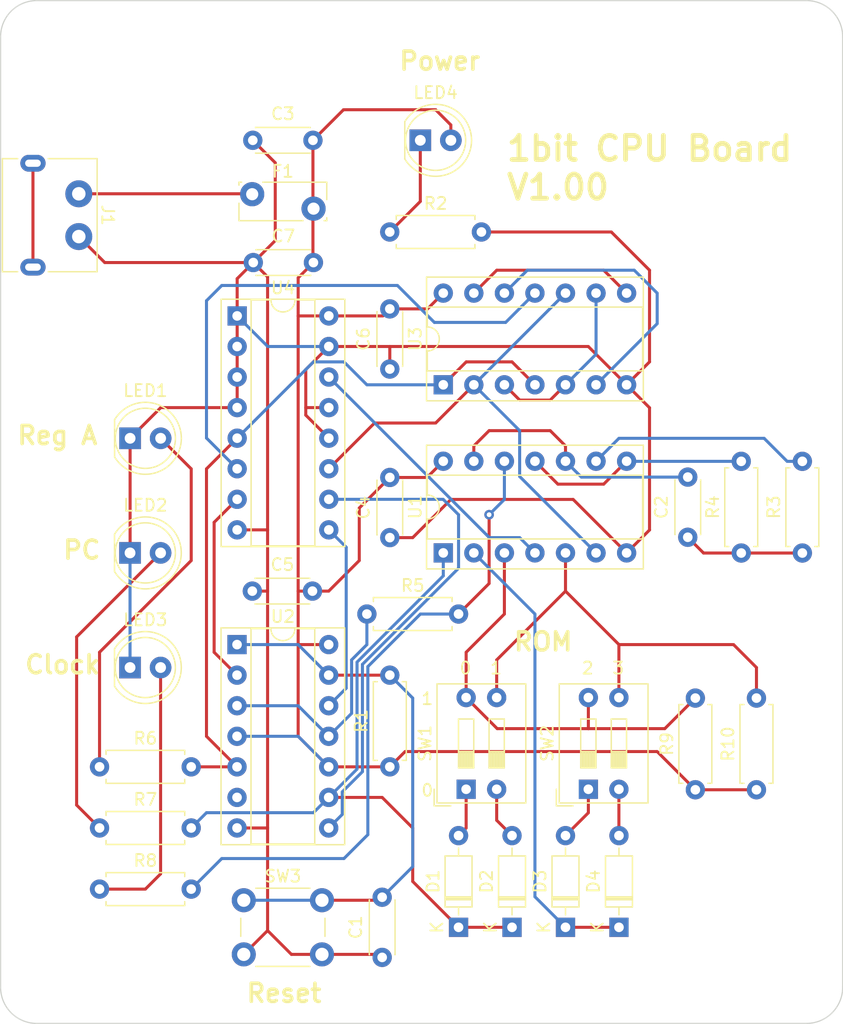
<source format=kicad_pcb>
(kicad_pcb (version 20221018) (generator pcbnew)
  (layers (0 "F.Cu" signal) (31 "B.Cu" signal) (34 "B.Paste" user) (35 "F.Paste" user) (36 "B.SilkS" user "B.Silkscreen") (37 "F.SilkS" user "F.Silkscreen") (38 "B.Mask" user) (39 "F.Mask" user) (44 "Edge.Cuts" user))
  (net 0 "")
  (net 1 "Net-(U2A-~{R})")
  (net 2 "GND")
  (net 3 "Net-(C2-Pad1)")
  (net 4 "Net-(C2-Pad2)")
  (net 5 "+5V")
  (net 6 "Net-(D1-K)")
  (net 7 "Net-(D1-A)")
  (net 8 "Net-(D2-A)")
  (net 9 "Net-(D3-K)")
  (net 10 "Net-(D3-A)")
  (net 11 "Net-(D4-A)")
  (net 12 "Net-(LED1-A)")
  (net 13 "Net-(LED2-A)")
  (net 14 "Net-(LED3-A)")
  (net 15 "Net-(LED4-K)")
  (net 16 "Net-(R3-Pad2)")
  (net 17 "Net-(R4-Pad2)")
  (net 18 "Net-(U2A-C)")
  (net 19 "Net-(R5-Pad2)")
  (net 20 "Net-(U2A-Q)")
  (net 21 "Net-(R9-Pad2)")
  (net 22 "Net-(R10-Pad2)")
  (net 23 "Net-(U4-A)")
  (net 24 "Net-(U4-2C1)")
  (net 25 "Net-(U2A-D)")
  (net 27 "Net-(U2B-~{Q})")
  (net 28 "Net-(U2B-D)")
  (net 29 "Net-(U3-Pad3)")
  (net 30 "Net-(U3-Pad12)")
  (net 31 "Net-(U3-Pad13)")
  (net 32 "Net-(U4-1C0)")
  (net 33 "Net-(F1-Pad1)")
  (net 34 "unconnected-(J1-SHIELD-PadS1)")
  (footprint "Package_DIP:DIP-14_W7.62mm_Socket" (layer "F.Cu") (at 142.24 104.14 90)
    (fp_text reference "U1" (at 3.81 -2.33 90) (layer "F.SilkS"))
    (fp_text value "74HC04")
    (pad "1" thru_hole rect (at 0 0 90) (size 1.6 1.6) (drill 0.8) (layers "*.Cu" "*.Mask") (net 6 "Net-(D1-K)"))
    (pad "2" thru_hole oval (at 0 2.54 90) (size 1.6 1.6) (drill 0.8) (layers "*.Cu" "*.Mask") (net 9 "Net-(D3-K)"))
    (pad "3" thru_hole oval (at 0 5.08 90) (size 1.6 1.6) (drill 0.8) (layers "*.Cu" "*.Mask") (net 21 "Net-(R9-Pad2)"))
    (pad "4" thru_hole oval (at 0 7.62 90) (size 1.6 1.6) (drill 0.8) (layers "*.Cu" "*.Mask") (net 23 "Net-(U4-A)"))
    (pad "5" thru_hole oval (at 0 10.16 90) (size 1.6 1.6) (drill 0.8) (layers "*.Cu" "*.Mask") (net 22 "Net-(R10-Pad2)"))
    (pad "6" thru_hole oval (at 0 12.7 90) (size 1.6 1.6) (drill 0.8) (layers "*.Cu" "*.Mask") (net 24 "Net-(U4-2C1)"))
    (pad "7" thru_hole oval (at 0 15.24 90) (size 1.6 1.6) (drill 0.8) (layers "*.Cu" "*.Mask") (net 2 "GND"))
    (pad "8" thru_hole oval (at 7.62 15.24 90) (size 1.6 1.6) (drill 0.8) (layers "*.Cu" "*.Mask") (net 17 "Net-(R4-Pad2)"))
    (pad "9" thru_hole oval (at 7.62 12.7 90) (size 1.6 1.6) (drill 0.8) (layers "*.Cu" "*.Mask") (net 16 "Net-(R3-Pad2)"))
    (pad "10" thru_hole oval (at 7.62 10.16 90) (size 1.6 1.6) (drill 0.8) (layers "*.Cu" "*.Mask") (net 4 "Net-(C2-Pad2)"))
    (pad "11" thru_hole oval (at 7.62 7.62 90) (size 1.6 1.6) (drill 0.8) (layers "*.Cu" "*.Mask") (net 17 "Net-(R4-Pad2)"))
    (pad "12" thru_hole oval (at 7.62 5.08 90) (size 1.6 1.6) (drill 0.8) (layers "*.Cu" "*.Mask") (net 19 "Net-(R5-Pad2)"))
    (pad "13" thru_hole oval (at 7.62 2.54 90) (size 1.6 1.6) (drill 0.8) (layers "*.Cu" "*.Mask") (net 4 "Net-(C2-Pad2)"))
    (pad "14" thru_hole oval (at 7.62 0 90) (size 1.6 1.6) (drill 0.8) (layers "*.Cu" "*.Mask") (net 5 "+5V"))
  )
  (footprint "LED_THT:LED_D5.0mm" (layer "F.Cu") (at 116.2 113.665)
    (fp_text reference "LED3" (at 1.27 -3.96) (layer "F.SilkS"))
    (fp_text value "LED" hide)
    (pad "1" thru_hole rect (at 0 0) (size 1.8 1.8) (drill 0.9) (layers "*.Cu" "*.Mask") (net 2 "GND"))
    (pad "2" thru_hole circle (at 2.54 0) (size 1.8 1.8) (drill 0.9) (layers "*.Cu" "*.Mask") (net 14 "Net-(LED3-A)"))
  )
  (footprint "Resistor_THT:R_Axial_DIN0207_L6.3mm_D2.5mm_P7.62mm_Horizontal" (layer "F.Cu") (at 167.01 104.15 90)
    (fp_text reference "R4" (at 3.81 -2.37 90) (layer "F.SilkS"))
    (fp_text value "47k")
    (pad "1" thru_hole circle (at 0 0 90) (size 1.6 1.6) (drill 0.8) (layers "*.Cu" "*.Mask") (net 3 "Net-(C2-Pad1)"))
    (pad "2" thru_hole oval (at 7.62 0 90) (size 1.6 1.6) (drill 0.8) (layers "*.Cu" "*.Mask") (net 17 "Net-(R4-Pad2)"))
  )
  (footprint "Capacitor_THT:C_Disc_D4.3mm_W1.9mm_P5.00mm" (layer "F.Cu") (at 126.445 80.01)
    (fp_text reference "C7" (at 2.5 -2.2) (layer "F.SilkS"))
    (fp_text value "0.1u")
    (pad "1" thru_hole circle (at 0 0) (size 1.6 1.6) (drill 0.8) (layers "*.Cu" "*.Mask") (net 2 "GND"))
    (pad "2" thru_hole circle (at 5 0) (size 1.6 1.6) (drill 0.8) (layers "*.Cu" "*.Mask") (net 5 "+5V"))
  )
  (footprint "MountingHole:MountingHole_3.2mm_M3" (layer "F.Cu") (at 171.44 62.24)
    (fp_text reference "H2" hide)
    (fp_text value "M3")
    (pad "" np_thru_hole circle (at 0 0) (size 3.2 3.2) (drill 3.2) (layers "*.Cu" "*.Mask"))
  )
  (footprint "Diode_THT:D_DO-35_SOD27_P7.62mm_Horizontal" (layer "F.Cu") (at 152.4 135.255 90)
    (fp_text reference "D3" (at 3.81 -2.12 90) (layer "F.SilkS"))
    (fp_text value "1N4148")
    (fp_text user "K" (at 0 -1.8 90) (layer "F.SilkS"))
    (pad "1" thru_hole rect (at 0 0 90) (size 1.6 1.6) (drill 0.8) (layers "*.Cu" "*.Mask") (net 9 "Net-(D3-K)"))
    (pad "2" thru_hole oval (at 7.62 0 90) (size 1.6 1.6) (drill 0.8) (layers "*.Cu" "*.Mask") (net 10 "Net-(D3-A)"))
  )
  (footprint "LED_THT:LED_D5.0mm" (layer "F.Cu") (at 140.33 69.85)
    (fp_text reference "LED4" (at 1.27 -3.96) (layer "F.SilkS"))
    (fp_text value "LED" hide)
    (pad "1" thru_hole rect (at 0 0) (size 1.8 1.8) (drill 0.9) (layers "*.Cu" "*.Mask") (net 15 "Net-(LED4-K)"))
    (pad "2" thru_hole circle (at 2.54 0) (size 1.8 1.8) (drill 0.9) (layers "*.Cu" "*.Mask") (net 5 "+5V"))
  )
  (footprint "Capacitor_THT:C_Disc_D4.3mm_W1.9mm_P5.00mm" (layer "F.Cu") (at 126.365 107.315)
    (fp_text reference "C5" (at 2.5 -2.2) (layer "F.SilkS"))
    (fp_text value "0.1u")
    (pad "1" thru_hole circle (at 0 0) (size 1.6 1.6) (drill 0.8) (layers "*.Cu" "*.Mask") (net 2 "GND"))
    (pad "2" thru_hole circle (at 5 0) (size 1.6 1.6) (drill 0.8) (layers "*.Cu" "*.Mask") (net 5 "+5V"))
  )
  (footprint "Resistor_THT:R_Axial_DIN0207_L6.3mm_D2.5mm_P7.62mm_Horizontal" (layer "F.Cu") (at 172.09 104.15 90)
    (fp_text reference "R3" (at 3.81 -2.37 90) (layer "F.SilkS"))
    (fp_text value "100k")
    (pad "1" thru_hole circle (at 0 0 90) (size 1.6 1.6) (drill 0.8) (layers "*.Cu" "*.Mask") (net 3 "Net-(C2-Pad1)"))
    (pad "2" thru_hole oval (at 7.62 0 90) (size 1.6 1.6) (drill 0.8) (layers "*.Cu" "*.Mask") (net 16 "Net-(R3-Pad2)"))
  )
  (footprint "Diode_THT:D_DO-35_SOD27_P7.62mm_Horizontal" (layer "F.Cu") (at 156.845 135.255 90)
    (fp_text reference "D4" (at 3.81 -2.12 90) (layer "F.SilkS"))
    (fp_text value "1N4148")
    (fp_text user "K" (at 0 -1.8 90) (layer "F.SilkS"))
    (pad "1" thru_hole rect (at 0 0 90) (size 1.6 1.6) (drill 0.8) (layers "*.Cu" "*.Mask") (net 9 "Net-(D3-K)"))
    (pad "2" thru_hole oval (at 7.62 0 90) (size 1.6 1.6) (drill 0.8) (layers "*.Cu" "*.Mask") (net 11 "Net-(D4-A)"))
  )
  (footprint "LED_THT:LED_D5.0mm" (layer "F.Cu") (at 116.205 94.615)
    (fp_text reference "LED1" (at 1.27 -3.96) (layer "F.SilkS"))
    (fp_text value "LED" hide)
    (pad "1" thru_hole rect (at 0 0) (size 1.8 1.8) (drill 0.9) (layers "*.Cu" "*.Mask") (net 2 "GND"))
    (pad "2" thru_hole circle (at 2.54 0) (size 1.8 1.8) (drill 0.9) (layers "*.Cu" "*.Mask") (net 12 "Net-(LED1-A)"))
  )
  (footprint "Resistor_THT:R_Axial_DIN0207_L6.3mm_D2.5mm_P7.62mm_Horizontal" (layer "F.Cu") (at 163.195 123.825 90)
    (fp_text reference "R9" (at 3.81 -2.37 90) (layer "F.SilkS"))
    (fp_text value "10k")
    (pad "1" thru_hole circle (at 0 0 90) (size 1.6 1.6) (drill 0.8) (layers "*.Cu" "*.Mask") (net 5 "+5V"))
    (pad "2" thru_hole oval (at 7.62 0 90) (size 1.6 1.6) (drill 0.8) (layers "*.Cu" "*.Mask") (net 21 "Net-(R9-Pad2)"))
  )
  (footprint "Resistor_THT:R_Axial_DIN0207_L6.3mm_D2.5mm_P7.62mm_Horizontal" (layer "F.Cu") (at 113.665 132.08)
    (fp_text reference "R8" (at 3.81 -2.37) (layer "F.SilkS"))
    (fp_text value "1k")
    (pad "1" thru_hole circle (at 0 0) (size 1.6 1.6) (drill 0.8) (layers "*.Cu" "*.Mask") (net 14 "Net-(LED3-A)"))
    (pad "2" thru_hole oval (at 7.62 0) (size 1.6 1.6) (drill 0.8) (layers "*.Cu" "*.Mask") (net 19 "Net-(R5-Pad2)"))
  )
  (footprint "Button_Switch_THT:SW_DIP_SPSTx02_Slide_9.78x7.26mm_W7.62mm_P2.54mm" (layer "F.Cu") (at 144.14 123.7825 90)
    (fp_text reference "SW1" (at 3.81 -3.42 90) (layer "F.SilkS"))
    (fp_text value "SW" hide)
    (pad "1" thru_hole rect (at 0 0 90) (size 1.6 1.6) (drill 0.8) (layers "*.Cu" "*.Mask") (net 7 "Net-(D1-A)"))
    (pad "2" thru_hole oval (at 0 2.54 90) (size 1.6 1.6) (drill 0.8) (layers "*.Cu" "*.Mask") (net 8 "Net-(D2-A)"))
    (pad "3" thru_hole oval (at 7.62 2.54 90) (size 1.6 1.6) (drill 0.8) (layers "*.Cu" "*.Mask") (net 22 "Net-(R10-Pad2)"))
    (pad "4" thru_hole oval (at 7.62 0 90) (size 1.6 1.6) (drill 0.8) (layers "*.Cu" "*.Mask") (net 21 "Net-(R9-Pad2)"))
  )
  (footprint "MountingHole:MountingHole_3.2mm_M3" (layer "F.Cu") (at 109.44 62.24)
    (fp_text reference "H1" hide)
    (fp_text value "M3")
    (pad "" np_thru_hole circle (at 0 0) (size 3.2 3.2) (drill 3.2) (layers "*.Cu" "*.Mask"))
  )
  (footprint "Package_DIP:DIP-16_W7.62mm_Socket" (layer "F.Cu") (at 125.105 84.445)
    (fp_text reference "U4" (at 3.81 -2.33) (layer "F.SilkS"))
    (fp_text value "74HC153")
    (pad "1" thru_hole rect (at 0 0) (size 1.6 1.6) (drill 0.8) (layers "*.Cu" "*.Mask") (net 2 "GND"))
    (pad "2" thru_hole oval (at 0 2.54) (size 1.6 1.6) (drill 0.8) (layers "*.Cu" "*.Mask") (net 2 "GND"))
    (pad "3" thru_hole oval (at 0 5.08) (size 1.6 1.6) (drill 0.8) (layers "*.Cu" "*.Mask") (net 2 "GND"))
    (pad "4" thru_hole oval (at 0 7.62) (size 1.6 1.6) (drill 0.8) (layers "*.Cu" "*.Mask") (net 2 "GND"))
    (pad "5" thru_hole oval (at 0 10.16) (size 1.6 1.6) (drill 0.8) (layers "*.Cu" "*.Mask") (net 20 "Net-(U2A-Q)"))
    (pad "6" thru_hole oval (at 0 12.7) (size 1.6 1.6) (drill 0.8) (layers "*.Cu" "*.Mask") (net 32 "Net-(U4-1C0)"))
    (pad "7" thru_hole oval (at 0 15.24) (size 1.6 1.6) (drill 0.8) (layers "*.Cu" "*.Mask") (net 25 "Net-(U2A-D)"))
    (pad "8" thru_hole oval (at 0 17.78) (size 1.6 1.6) (drill 0.8) (layers "*.Cu" "*.Mask") (net 2 "GND"))
    (pad "9" thru_hole oval (at 7.62 17.78) (size 1.6 1.6) (drill 0.8) (layers "*.Cu" "*.Mask") (net 28 "Net-(U2B-D)"))
    (pad "10" thru_hole oval (at 7.62 15.24) (size 1.6 1.6) (drill 0.8) (layers "*.Cu" "*.Mask") (net 27 "Net-(U2B-~{Q})"))
    (pad "11" thru_hole oval (at 7.62 12.7) (size 1.6 1.6) (drill 0.8) (layers "*.Cu" "*.Mask") (net 24 "Net-(U4-2C1)"))
    (pad "12" thru_hole oval (at 7.62 10.16) (size 1.6 1.6) (drill 0.8) (layers "*.Cu" "*.Mask") (net 2 "GND"))
    (pad "13" thru_hole oval (at 7.62 7.62) (size 1.6 1.6) (drill 0.8) (layers "*.Cu" "*.Mask") (net 2 "GND"))
    (pad "14" thru_hole oval (at 7.62 5.08) (size 1.6 1.6) (drill 0.8) (layers "*.Cu" "*.Mask") (net 23 "Net-(U4-A)"))
    (pad "15" thru_hole oval (at 7.62 2.54) (size 1.6 1.6) (drill 0.8) (layers "*.Cu" "*.Mask") (net 2 "GND"))
    (pad "16" thru_hole oval (at 7.62 0) (size 1.6 1.6) (drill 0.8) (layers "*.Cu" "*.Mask") (net 5 "+5V"))
  )
  (footprint "Package_DIP:DIP-14_W7.62mm_Socket" (layer "F.Cu") (at 125.095 111.76)
    (fp_text reference "U2" (at 3.81 -2.33) (layer "F.SilkS"))
    (fp_text value "74HC74")
    (pad "1" thru_hole rect (at 0 0) (size 1.6 1.6) (drill 0.8) (layers "*.Cu" "*.Mask") (net 1 "Net-(U2A-~{R})"))
    (pad "2" thru_hole oval (at 0 2.54) (size 1.6 1.6) (drill 0.8) (layers "*.Cu" "*.Mask") (net 25 "Net-(U2A-D)"))
    (pad "3" thru_hole oval (at 0 5.08) (size 1.6 1.6) (drill 0.8) (layers "*.Cu" "*.Mask") (net 18 "Net-(U2A-C)"))
    (pad "4" thru_hole oval (at 0 7.62) (size 1.6 1.6) (drill 0.8) (layers "*.Cu" "*.Mask") (net 5 "+5V"))
    (pad "5" thru_hole oval (at 0 10.16) (size 1.6 1.6) (drill 0.8) (layers "*.Cu" "*.Mask") (net 20 "Net-(U2A-Q)"))
    (pad "6" thru_hole oval (at 0 12.7) (size 1.6 1.6) (drill 0.8) (layers "*.Cu" "*.Mask"))
    (pad "7" thru_hole oval (at 0 15.24) (size 1.6 1.6) (drill 0.8) (layers "*.Cu" "*.Mask") (net 2 "GND"))
    (pad "8" thru_hole oval (at 7.62 15.24) (size 1.6 1.6) (drill 0.8) (layers "*.Cu" "*.Mask") (net 27 "Net-(U2B-~{Q})"))
    (pad "9" thru_hole oval (at 7.62 12.7) (size 1.6 1.6) (drill 0.8) (layers "*.Cu" "*.Mask") (net 6 "Net-(D1-K)"))
    (pad "10" thru_hole oval (at 7.62 10.16) (size 1.6 1.6) (drill 0.8) (layers "*.Cu" "*.Mask") (net 5 "+5V"))
    (pad "11" thru_hole oval (at 7.62 7.62) (size 1.6 1.6) (drill 0.8) (layers "*.Cu" "*.Mask") (net 18 "Net-(U2A-C)"))
    (pad "12" thru_hole oval (at 7.62 5.08) (size 1.6 1.6) (drill 0.8) (layers "*.Cu" "*.Mask") (net 28 "Net-(U2B-D)"))
    (pad "13" thru_hole oval (at 7.62 2.54) (size 1.6 1.6) (drill 0.8) (layers "*.Cu" "*.Mask") (net 1 "Net-(U2A-~{R})"))
    (pad "14" thru_hole oval (at 7.62 0) (size 1.6 1.6) (drill 0.8) (layers "*.Cu" "*.Mask") (net 5 "+5V"))
  )
  (footprint "Button_Switch_THT:SW_DIP_SPSTx02_Slide_9.78x7.26mm_W7.62mm_P2.54mm" (layer "F.Cu") (at 154.3 123.7825 90)
    (fp_text reference "SW2" (at 3.81 -3.42 90) (layer "F.SilkS"))
    (fp_text value "SW" hide)
    (pad "1" thru_hole rect (at 0 0 90) (size 1.6 1.6) (drill 0.8) (layers "*.Cu" "*.Mask") (net 10 "Net-(D3-A)"))
    (pad "2" thru_hole oval (at 0 2.54 90) (size 1.6 1.6) (drill 0.8) (layers "*.Cu" "*.Mask") (net 11 "Net-(D4-A)"))
    (pad "3" thru_hole oval (at 7.62 2.54 90) (size 1.6 1.6) (drill 0.8) (layers "*.Cu" "*.Mask") (net 22 "Net-(R10-Pad2)"))
    (pad "4" thru_hole oval (at 7.62 0 90) (size 1.6 1.6) (drill 0.8) (layers "*.Cu" "*.Mask") (net 21 "Net-(R9-Pad2)"))
  )
  (footprint "Diode_THT:D_DO-35_SOD27_P7.62mm_Horizontal" (layer "F.Cu") (at 147.955 135.255 90)
    (fp_text reference "D2" (at 3.81 -2.12 90) (layer "F.SilkS"))
    (fp_text value "1N4148")
    (fp_text user "K" (at 0 -1.8 90) (layer "F.SilkS"))
    (pad "1" thru_hole rect (at 0 0 90) (size 1.6 1.6) (drill 0.8) (layers "*.Cu" "*.Mask") (net 6 "Net-(D1-K)"))
    (pad "2" thru_hole oval (at 7.62 0 90) (size 1.6 1.6) (drill 0.8) (layers "*.Cu" "*.Mask") (net 8 "Net-(D2-A)"))
  )
  (footprint "Resistor_THT:R_Axial_DIN0207_L6.3mm_D2.5mm_P7.62mm_Horizontal" (layer "F.Cu") (at 137.795 121.92 90)
    (fp_text reference "R1" (at 3.81 -2.37 90) (layer "F.SilkS"))
    (fp_text value "10k")
    (pad "1" thru_hole circle (at 0 0 90) (size 1.6 1.6) (drill 0.8) (layers "*.Cu" "*.Mask") (net 5 "+5V"))
    (pad "2" thru_hole oval (at 7.62 0 90) (size 1.6 1.6) (drill 0.8) (layers "*.Cu" "*.Mask") (net 1 "Net-(U2A-~{R})"))
  )
  (footprint "LED_THT:LED_D5.0mm" (layer "F.Cu") (at 116.2 104.14)
    (fp_text reference "LED2" (at 1.27 -3.96) (layer "F.SilkS"))
    (fp_text value "LED" hide)
    (pad "1" thru_hole rect (at 0 0) (size 1.8 1.8) (drill 0.9) (layers "*.Cu" "*.Mask") (net 2 "GND"))
    (pad "2" thru_hole circle (at 2.54 0) (size 1.8 1.8) (drill 0.9) (layers "*.Cu" "*.Mask") (net 13 "Net-(LED2-A)"))
  )
  (footprint "Capacitor_THT:C_Disc_D4.3mm_W1.9mm_P5.00mm" (layer "F.Cu") (at 137.795 102.87 90)
    (fp_text reference "C4" (at 2.5 -2.2 90) (layer "F.SilkS"))
    (fp_text value "0.1u")
    (pad "1" thru_hole circle (at 0 0 90) (size 1.6 1.6) (drill 0.8) (layers "*.Cu" "*.Mask") (net 2 "GND"))
    (pad "2" thru_hole circle (at 5 0 90) (size 1.6 1.6) (drill 0.8) (layers "*.Cu" "*.Mask") (net 5 "+5V"))
  )
  (footprint "Resistor_THT:R_Axial_DIN0207_L6.3mm_D2.5mm_P7.62mm_Horizontal" (layer "F.Cu") (at 135.89 109.22)
    (fp_text reference "R5" (at 3.81 -2.37) (layer "F.SilkS"))
    (fp_text value "10k")
    (pad "1" thru_hole circle (at 0 0) (size 1.6 1.6) (drill 0.8) (layers "*.Cu" "*.Mask") (net 18 "Net-(U2A-C)"))
    (pad "2" thru_hole oval (at 7.62 0) (size 1.6 1.6) (drill 0.8) (layers "*.Cu" "*.Mask") (net 19 "Net-(R5-Pad2)"))
  )
  (footprint "Resistor_THT:R_Axial_DIN0207_L6.3mm_D2.5mm_P7.62mm_Horizontal" (layer "F.Cu") (at 113.665 127)
    (fp_text reference "R7" (at 3.81 -2.37) (layer "F.SilkS"))
    (fp_text value "1k")
    (pad "1" thru_hole circle (at 0 0) (size 1.6 1.6) (drill 0.8) (layers "*.Cu" "*.Mask") (net 13 "Net-(LED2-A)"))
    (pad "2" thru_hole oval (at 7.62 0) (size 1.6 1.6) (drill 0.8) (layers "*.Cu" "*.Mask") (net 6 "Net-(D1-K)"))
  )
  (footprint "Button_Switch_THT:SW_PUSH_6mm" (layer "F.Cu") (at 125.655 133.005)
    (fp_text reference "SW3" (at 3.25 -2) (layer "F.SilkS"))
    (fp_text value "SW_Push" hide)
    (pad "1" thru_hole circle (at 0 0 90) (size 2 2) (drill 1.1) (layers "*.Cu" "*.Mask") (net 1 "Net-(U2A-~{R})"))
    (pad "1" thru_hole circle (at 6.5 0 90) (size 2 2) (drill 1.1) (layers "*.Cu" "*.Mask") (net 1 "Net-(U2A-~{R})"))
    (pad "2" thru_hole circle (at 0 4.5 90) (size 2 2) (drill 1.1) (layers "*.Cu" "*.Mask") (net 2 "GND"))
    (pad "2" thru_hole circle (at 6.5 4.5 90) (size 2 2) (drill 1.1) (layers "*.Cu" "*.Mask") (net 2 "GND"))
  )
  (footprint "Library:USB_C_PowerOnly" (layer "F.Cu") (at 109.527 76.073 -90)
    (fp_text reference "J1" (at 0 -4.826 -90 unlocked) (layer "F.SilkS"))
    (fp_text value "USB_Type_C")
    (pad "A9" thru_hole circle (at -1.778 -2.413 270) (size 2.24 2.24) (drill 1.12) (layers "*.Cu" "*.Mask") (net 33 "Net-(F1-Pad1)"))
    (pad "A12" thru_hole circle (at 1.778 -2.413 270) (size 2.24 2.24) (drill 1.12) (layers "*.Cu" "*.Mask") (net 2 "GND"))
    (pad "S1" thru_hole oval (at -4.318 1.397 270) (size 1.4 2.1) (drill oval 0.6 1.3) (layers "*.Cu" "*.Mask") (net 34 "unconnected-(J1-SHIELD-PadS1)"))
    (pad "S1" thru_hole oval (at 4.318 1.397 270) (size 1.4 2.1) (drill oval 0.6 1.3) (layers "*.Cu" "*.Mask") (net 34 "unconnected-(J1-SHIELD-PadS1)"))
  )
  (footprint "MountingHole:MountingHole_3.2mm_M3" (layer "F.Cu") (at 109.44 139.24)
    (fp_text reference "H4" hide)
    (fp_text value "M3")
    (pad "" np_thru_hole circle (at 0 0) (size 3.2 3.2) (drill 3.2) (layers "*.Cu" "*.Mask"))
  )
  (footprint "Package_DIP:DIP-14_W7.62mm_Socket" (layer "F.Cu") (at 142.24 90.17 90)
    (fp_text reference "U3" (at 3.81 -2.33 90) (layer "F.SilkS"))
    (fp_text value "74HC00")
    (pad "1" thru_hole rect (at 0 0 90) (size 1.6 1.6) (drill 0.8) (layers "*.Cu" "*.Mask") (net 20 "Net-(U2A-Q)"))
    (pad "2" thru_hole oval (at 0 2.54 90) (size 1.6 1.6) (drill 0.8) (layers "*.Cu" "*.Mask") (net 24 "Net-(U4-2C1)"))
    (pad "3" thru_hole oval (at 0 5.08 90) (size 1.6 1.6) (drill 0.8) (layers "*.Cu" "*.Mask") (net 29 "Net-(U3-Pad3)"))
    (pad "4" thru_hole oval (at 0 7.62 90) (size 1.6 1.6) (drill 0.8) (layers "*.Cu" "*.Mask") (net 20 "Net-(U2A-Q)"))
    (pad "5" thru_hole oval (at 0 10.16 90) (size 1.6 1.6) (drill 0.8) (layers "*.Cu" "*.Mask") (net 29 "Net-(U3-Pad3)"))
    (pad "6" thru_hole oval (at 0 12.7 90) (size 1.6 1.6) (drill 0.8) (layers "*.Cu" "*.Mask") (net 30 "Net-(U3-Pad12)"))
    (pad "7" thru_hole oval (at 0 15.24 90) (size 1.6 1.6) (drill 0.8) (layers "*.Cu" "*.Mask") (net 2 "GND"))
    (pad "8" thru_hole oval (at 7.62 15.24 90) (size 1.6 1.6) (drill 0.8) (layers "*.Cu" "*.Mask") (net 31 "Net-(U3-Pad13)"))
    (pad "9" thru_hole oval (at 7.62 12.7 90) (size 1.6 1.6) (drill 0.8) (layers "*.Cu" "*.Mask") (net 29 "Net-(U3-Pad3)"))
    (pad "10" thru_hole oval (at 7.62 10.16 90) (size 1.6 1.6) (drill 0.8) (layers "*.Cu" "*.Mask") (net 24 "Net-(U4-2C1)"))
    (pad "11" thru_hole oval (at 7.62 7.62 90) (size 1.6 1.6) (drill 0.8) (layers "*.Cu" "*.Mask") (net 32 "Net-(U4-1C0)"))
    (pad "12" thru_hole oval (at 7.62 5.08 90) (size 1.6 1.6) (drill 0.8) (layers "*.Cu" "*.Mask") (net 30 "Net-(U3-Pad12)"))
    (pad "13" thru_hole oval (at 7.62 2.54 90) (size 1.6 1.6) (drill 0.8) (layers "*.Cu" "*.Mask") (net 31 "Net-(U3-Pad13)"))
    (pad "14" thru_hole oval (at 7.62 0 90) (size 1.6 1.6) (drill 0.8) (layers "*.Cu" "*.Mask") (net 5 "+5V"))
  )
  (footprint "Capacitor_THT:C_Disc_D4.3mm_W1.9mm_P5.00mm" (layer "F.Cu") (at 162.565 102.84 90)
    (fp_text reference "C2" (at 2.5 -2.2 90) (layer "F.SilkS"))
    (fp_text value "10μ")
    (pad "1" thru_hole circle (at 0 0 90) (size 1.6 1.6) (drill 0.8) (layers "*.Cu" "*.Mask") (net 3 "Net-(C2-Pad1)"))
    (pad "2" thru_hole circle (at 5 0 90) (size 1.6 1.6) (drill 0.8) (layers "*.Cu" "*.Mask") (net 4 "Net-(C2-Pad2)"))
  )
  (footprint "Capacitor_THT:C_Disc_D4.3mm_W1.9mm_P5.00mm" (layer "F.Cu") (at 137.16 137.755 90)
    (fp_text reference "C1" (at 2.5 -2.2 90) (layer "F.SilkS"))
    (fp_text value "0.1u")
    (pad "1" thru_hole circle (at 0 0 90) (size 1.6 1.6) (drill 0.8) (layers "*.Cu" "*.Mask") (net 2 "GND"))
    (pad "2" thru_hole circle (at 5 0 90) (size 1.6 1.6) (drill 0.8) (layers "*.Cu" "*.Mask") (net 1 "Net-(U2A-~{R})"))
  )
  (footprint "Fuse:Fuse_Bourns_MF-RG300" (layer "F.Cu") (at 126.355 74.33)
    (fp_text reference "F1" (at 2.55 -1.9) (layer "F.SilkS"))
    (fp_text value "100mA")
    (pad "1" thru_hole circle (at 0 0) (size 2.01 2.01) (drill 1.01) (layers "*.Cu" "*.Mask") (net 33 "Net-(F1-Pad1)"))
    (pad "2" thru_hole circle (at 5.1 1.2) (size 2.01 2.01) (drill 1.01) (layers "*.Cu" "*.Mask") (net 5 "+5V"))
  )
  (footprint "Capacitor_THT:C_Disc_D4.3mm_W1.9mm_P5.00mm" (layer "F.Cu") (at 126.405 69.85)
    (fp_text reference "C3" (at 2.5 -2.2) (layer "F.SilkS"))
    (fp_text value "10u")
    (pad "1" thru_hole circle (at 0 0) (size 1.6 1.6) (drill 0.8) (layers "*.Cu" "*.Mask") (net 2 "GND"))
    (pad "2" thru_hole circle (at 5 0) (size 1.6 1.6) (drill 0.8) (layers "*.Cu" "*.Mask") (net 5 "+5V"))
  )
  (footprint "Capacitor_THT:C_Disc_D4.3mm_W1.9mm_P5.00mm" (layer "F.Cu") (at 137.795 88.86 90)
    (fp_text reference "C6" (at 2.5 -2.2 90) (layer "F.SilkS"))
    (fp_text value "0.1u")
    (pad "1" thru_hole circle (at 0 0 90) (size 1.6 1.6) (drill 0.8) (layers "*.Cu" "*.Mask") (net 2 "GND"))
    (pad "2" thru_hole circle (at 5 0 90) (size 1.6 1.6) (drill 0.8) (layers "*.Cu" "*.Mask") (net 5 "+5V"))
  )
  (footprint "Diode_THT:D_DO-35_SOD27_P7.62mm_Horizontal" (layer "F.Cu") (at 143.51 135.255 90)
    (fp_text reference "D1" (at 3.81 -2.12 90) (layer "F.SilkS"))
    (fp_text value "1N4148")
    (fp_text user "K" (at 0 -1.8 90) (layer "F.SilkS"))
    (pad "1" thru_hole rect (at 0 0 90) (size 1.6 1.6) (drill 0.8) (layers "*.Cu" "*.Mask") (net 6 "Net-(D1-K)"))
    (pad "2" thru_hole oval (at 7.62 0 90) (size 1.6 1.6) (drill 0.8) (layers "*.Cu" "*.Mask") (net 7 "Net-(D1-A)"))
  )
  (footprint "Resistor_THT:R_Axial_DIN0207_L6.3mm_D2.5mm_P7.62mm_Horizontal" (layer "F.Cu") (at 168.275 123.825 90)
    (fp_text reference "R10" (at 3.81 -2.37 90) (layer "F.SilkS"))
    (fp_text value "10k")
    (pad "1" thru_hole circle (at 0 0 90) (size 1.6 1.6) (drill 0.8) (layers "*.Cu" "*.Mask") (net 5 "+5V"))
    (pad "2" thru_hole oval (at 7.62 0 90) (size 1.6 1.6) (drill 0.8) (layers "*.Cu" "*.Mask") (net 22 "Net-(R10-Pad2)"))
  )
  (footprint "Resistor_THT:R_Axial_DIN0207_L6.3mm_D2.5mm_P7.62mm_Horizontal" (layer "F.Cu") (at 137.79 77.47)
    (fp_text reference "R2" (at 3.81 -2.37) (layer "F.SilkS"))
    (fp_text value "1k")
    (pad "1" thru_hole circle (at 0 0) (size 1.6 1.6) (drill 0.8) (layers "*.Cu" "*.Mask") (net 15 "Net-(LED4-K)"))
    (pad "2" thru_hole oval (at 7.62 0) (size 1.6 1.6) (drill 0.8) (layers "*.Cu" "*.Mask") (net 2 "GND"))
  )
  (footprint "Resistor_THT:R_Axial_DIN0207_L6.3mm_D2.5mm_P7.62mm_Horizontal" (layer "F.Cu") (at 113.665 121.92)
    (fp_text reference "R6" (at 3.81 -2.37) (layer "F.SilkS"))
    (fp_text value "1k")
    (pad "1" thru_hole circle (at 0 0) (size 1.6 1.6) (drill 0.8) (layers "*.Cu" "*.Mask") (net 12 "Net-(LED1-A)"))
    (pad "2" thru_hole oval (at 7.62 0) (size 1.6 1.6) (drill 0.8) (layers "*.Cu" "*.Mask") (net 20 "Net-(U2A-Q)"))
  )
  (footprint "MountingHole:MountingHole_3.2mm_M3" (layer "F.Cu") (at 171.44 139.24)
    (fp_text reference "H3" hide)
    (fp_text value "M3")
    (pad "" np_thru_hole circle (at 0 0) (size 3.2 3.2) (drill 3.2) (layers "*.Cu" "*.Mask"))
  )
  (gr_arc (start 105.44 61.24) (mid 106.31868 59.11868) (end 108.44 58.24) (stroke (width 0.1)) (layer "Edge.Cuts"))
  (gr_line (start 105.44 140.24) (end 105.44 61.24) (stroke (width 0.1)) (layer "Edge.Cuts"))
  (gr_line (start 172.44 143.24) (end 108.44 143.24) (stroke (width 0.1)) (layer "Edge.Cuts"))
  (gr_arc (start 172.44 58.24) (mid 174.56132 59.11868) (end 175.44 61.24) (stroke (width 0.1)) (layer "Edge.Cuts"))
  (gr_arc (start 175.44 140.24) (mid 174.56132 142.36132) (end 172.44 143.24) (stroke (width 0.1)) (layer "Edge.Cuts"))
  (gr_arc (start 108.44 143.24) (mid 106.31868 142.36132) (end 105.44 140.24) (stroke (width 0.1)) (layer "Edge.Cuts"))
  (gr_line (start 175.44 61.24) (end 175.44 140.24) (stroke (width 0.1)) (layer "Edge.Cuts"))
  (gr_line (start 108.44 58.24) (end 172.44 58.24) (stroke (width 0.1)) (layer "Edge.Cuts"))
  (gr_text "0" (at 140.335 124.46) (layer "F.SilkS") (effects (font (size 1 1)) (justify left bottom)))
  (gr_text "3" (at 156.21 114.3) (layer "F.SilkS") (effects (font (size 1 1)) (justify left bottom)))
  (gr_text "Clock" (at 107.315 114.3) (layer "F.SilkS") (effects (font (size 1.5 1.5) (thickness 0.3) bold) (justify left bottom)))
  (gr_text "Reg A" (at 106.68 95.25) (layer "F.SilkS") (effects (font (size 1.5 1.5) (thickness 0.3) bold) (justify left bottom)))
  (gr_text "Reset" (at 125.73 141.605) (layer "F.SilkS") (effects (font (size 1.5 1.5) (thickness 0.3) bold) (justify left bottom)))
  (gr_text "1" (at 146.05 114.3) (layer "F.SilkS") (effects (font (size 1 1)) (justify left bottom)))
  (gr_text "ROM" (at 147.955 112.395) (layer "F.SilkS") (effects (font (size 1.5 1.5) (thickness 0.3) bold) (justify left bottom)))
  (gr_text "1" (at 140.335 116.84) (layer "F.SilkS") (effects (font (size 1 1)) (justify left bottom)))
  (gr_text "1bit CPU Board\nV1.00" (at 147.32 74.93) (layer "F.SilkS") (effects (font (size 2 2) (thickness 0.4) bold) (justify left bottom)))
  (gr_text "Power" (at 138.43 64.135) (layer "F.SilkS") (effects (font (size 1.5 1.5) (thickness 0.3) bold) (justify left bottom)))
  (gr_text "2" (at 153.67 114.3) (layer "F.SilkS") (effects (font (size 1 1)) (justify left bottom)))
  (gr_text "0" (at 143.51 114.3) (layer "F.SilkS") (effects (font (size 1 1)) (justify left bottom)))
  (gr_text "PC" (at 110.49 104.775) (layer "F.SilkS") (effects (font (size 1.5 1.5) (thickness 0.3) bold) (justify left bottom)))
  (segment (start 132.155 133.005) (end 136.91 133.005) (width 0.25) (layer "F.Cu") (net 1))
  (segment (start 132.715 114.3) (end 137.795 114.3) (width 0.25) (layer "F.Cu") (net 1))
  (segment (start 136.91 133.005) (end 137.16 132.755) (width 0.25) (layer "F.Cu") (net 1))
  (segment (start 139.7 116.205) (end 137.795 114.3) (width 0.25) (layer "B.Cu") (net 1))
  (segment (start 125.655 133.005) (end 132.155 133.005) (width 0.25) (layer "B.Cu") (net 1))
  (segment (start 125.095 111.76) (end 130.175 111.76) (width 0.25) (layer "B.Cu") (net 1))
  (segment (start 137.16 132.755) (end 139.7 130.215) (width 0.25) (layer "B.Cu") (net 1))
  (segment (start 139.7 130.215) (end 139.7 116.205) (width 0.25) (layer "B.Cu") (net 1))
  (segment (start 130.175 111.76) (end 132.715 114.3) (width 0.25) (layer "B.Cu") (net 1))
  (segment (start 130.81 92.69) (end 132.725 94.605) (width 0.25) (layer "F.Cu") (net 2))
  (segment (start 157.48 90.17) (end 159.385 92.075) (width 0.25) (layer "F.Cu") (net 2))
  (segment (start 132.725 86.985) (end 130.81 88.9) (width 0.25) (layer "F.Cu") (net 2))
  (segment (start 114.099 80.01) (end 111.94 77.851) (width 0.25) (layer "F.Cu") (net 2))
  (segment (start 116.205 94.615) (end 118.755 92.065) (width 0.25) (layer "F.Cu") (net 2))
  (segment (start 118.755 92.065) (end 125.105 92.065) (width 0.25) (layer "F.Cu") (net 2))
  (segment (start 128.27 71.715) (end 128.27 78.185) (width 0.25) (layer "F.Cu") (net 2))
  (segment (start 127.635 102.235) (end 127.635 107.315) (width 0.25) (layer "F.Cu") (net 2))
  (segment (start 125.095 127) (end 127.635 127) (width 0.25) (layer "F.Cu") (net 2))
  (segment (start 125.105 102.225) (end 127.625 102.225) (width 0.25) (layer "F.Cu") (net 2))
  (segment (start 132.155 137.505) (end 136.91 137.505) (width 0.25) (layer "F.Cu") (net 2))
  (segment (start 132.725 92.065) (end 130.82 92.065) (width 0.25) (layer "F.Cu") (net 2))
  (segment (start 130.81 88.9) (end 130.81 92.075) (width 0.25) (layer "F.Cu") (net 2))
  (segment (start 159.385 102.235) (end 157.48 104.14) (width 0.25) (layer "F.Cu") (net 2))
  (segment (start 137.795 102.87) (end 139.7 102.87) (width 0.25) (layer "F.Cu") (net 2))
  (segment (start 126.405 69.85) (end 128.27 71.715) (width 0.25) (layer "F.Cu") (net 2))
  (segment (start 130.81 92.075) (end 130.81 92.69) (width 0.25) (layer "F.Cu") (net 2))
  (segment (start 132.725 86.985) (end 137.795 86.985) (width 0.25) (layer "F.Cu") (net 2))
  (segment (start 159.385 80.645) (end 159.385 88.265) (width 0.25) (layer "F.Cu") (net 2))
  (segment (start 127.625 102.225) (end 127.635 102.235) (width 0.25) (layer "F.Cu") (net 2))
  (segment (start 125.105 81.35) (end 126.445 80.01) (width 0.25) (layer "F.Cu") (net 2))
  (segment (start 159.385 88.265) (end 157.48 90.17) (width 0.25) (layer "F.Cu") (net 2))
  (segment (start 154.295 86.985) (end 157.48 90.17) (width 0.25) (layer "F.Cu") (net 2))
  (segment (start 137.795 86.985) (end 154.295 86.985) (width 0.25) (layer "F.Cu") (net 2))
  (segment (start 127.635 81.2) (end 127.635 102.235) (width 0.25) (layer "F.Cu") (net 2))
  (segment (start 128.27 78.185) (end 126.445 80.01) (width 0.25) (layer "F.Cu") (net 2))
  (segment (start 127.635 135.525) (end 125.655 137.505) (width 0.25) (layer "F.Cu") (net 2))
  (segment (start 127.635 107.315) (end 127.635 127) (width 0.25) (layer "F.Cu") (net 2))
  (segment (start 137.795 88.86) (end 137.795 86.985) (width 0.25) (layer "F.Cu") (net 2))
  (segment (start 159.385 92.075) (end 159.385 102.235) (width 0.25) (layer "F.Cu") (net 2))
  (segment (start 126.445 80.01) (end 127.635 81.2) (width 0.25) (layer "F.Cu") (net 2))
  (segment (start 126.445 80.01) (end 114.099 80.01) (width 0.25) (layer "F.Cu") (net 2))
  (segment (start 125.105 84.445) (end 125.105 81.35) (width 0.25) (layer "F.Cu") (net 2))
  (segment (start 153.035 99.695) (end 157.48 104.14) (width 0.25) (layer "F.Cu") (net 2))
  (segment (start 136.91 137.505) (end 137.16 137.755) (width 0.25) (layer "F.Cu") (net 2))
  (segment (start 130.82 92.065) (end 130.81 92.075) (width 0.25) (layer "F.Cu") (net 2))
  (segment (start 145.41 77.47) (end 156.21 77.47) (width 0.25) (layer "F.Cu") (net 2))
  (segment (start 142.875 99.695) (end 153.035 99.695) (width 0.25) (layer "F.Cu") (net 2))
  (segment (start 132.155 137.505) (end 129.615 137.505) (width 0.25) (layer "F.Cu") (net 2))
  (segment (start 156.21 77.47) (end 159.385 80.645) (width 0.25) (layer "F.Cu") (net 2))
  (segment (start 116.205 94.615) (end 116.205 104.135) (width 0.25) (layer "F.Cu") (net 2))
  (segment (start 126.365 107.315) (end 127.635 107.315) (width 0.25) (layer "F.Cu") (net 2))
  (segment (start 129.615 137.505) (end 127.635 135.525) (width 0.25) (layer "F.Cu") (net 2))
  (segment (start 139.7 102.87) (end 142.875 99.695) (width 0.25) (layer "F.Cu") (net 2))
  (segment (start 127.635 127) (end 127.635 135.525) (width 0.25) (layer "F.Cu") (net 2))
  (segment (start 116.205 104.135) (end 116.2 104.14) (width 0.25) (layer "F.Cu") (net 2))
  (segment (start 125.105 84.445) (end 125.105 92.065) (width 0.25) (layer "F.Cu") (net 2))
  (segment (start 127.645 86.985) (end 125.105 84.445) (width 0.25) (layer "B.Cu") (net 2))
  (segment (start 132.725 86.985) (end 127.645 86.985) (width 0.25) (layer "B.Cu") (net 2))
  (segment (start 116.2 104.14) (end 116.2 113.665) (width 0.25) (layer "B.Cu") (net 2))
  (segment (start 167.01 104.15) (end 163.875 104.15) (width 0.25) (layer "F.Cu") (net 3))
  (segment (start 172.09 104.15) (end 167.01 104.15) (width 0.25) (layer "F.Cu") (net 3))
  (segment (start 163.875 104.15) (end 162.565 102.84) (width 0.25) (layer "F.Cu") (net 3))
  (segment (start 144.78 96.52) (end 144.78 95.25) (width 0.25) (layer "F.Cu") (net 4))
  (segment (start 144.78 95.25) (end 146.05 93.98) (width 0.25) (layer "F.Cu") (net 4))
  (segment (start 151.13 93.98) (end 152.4 95.25) (width 0.25) (layer "F.Cu") (net 4))
  (segment (start 152.4 95.25) (end 152.4 96.52) (width 0.25) (layer "F.Cu") (net 4))
  (segment (start 146.05 93.98) (end 151.13 93.98) (width 0.25) (layer "F.Cu") (net 4))
  (segment (start 153.72 97.84) (end 152.4 96.52) (width 0.25) (layer "B.Cu") (net 4))
  (segment (start 162.565 97.84) (end 153.72 97.84) (width 0.25) (layer "B.Cu") (net 4))
  (segment (start 131.365 107.315) (end 132.715 107.315) (width 0.25) (layer "F.Cu") (net 5))
  (segment (start 135.255 100.41) (end 137.795 97.87) (width 0.25) (layer "F.Cu") (net 5))
  (segment (start 132.725 84.445) (end 137.21 84.445) (width 0.25) (layer "F.Cu") (net 5))
  (segment (start 130.175 107.315) (end 130.175 111.76) (width 0.25) (layer "F.Cu") (net 5))
  (segment (start 132.725 84.445) (end 130.185 84.445) (width 0.25) (layer "F.Cu") (net 5))
  (segment (start 130.185 84.445) (end 130.175 84.455) (width 0.25) (layer "F.Cu") (net 5))
  (segment (start 137.21 84.445) (end 137.795 83.86) (width 0.25) (layer "F.Cu") (net 5))
  (segment (start 137.795 121.92) (end 139.065 120.65) (width 0.25) (layer "F.Cu") (net 5))
  (segment (start 130.175 81.28) (end 130.175 84.455) (width 0.25) (layer "F.Cu") (net 5))
  (segment (start 133.945 67.31) (end 141.605 67.31) (width 0.25) (layer "F.Cu") (net 5))
  (segment (start 141.605 67.31) (end 142.87 68.575) (width 0.25) (layer "F.Cu") (net 5))
  (segment (start 132.715 121.92) (end 137.795 121.92) (width 0.25) (layer "F.Cu") (net 5))
  (segment (start 131.405 79.97) (end 131.445 80.01) (width 0.25) (layer "F.Cu") (net 5))
  (segment (start 132.715 107.315) (end 135.255 104.775) (width 0.25) (layer "F.Cu") (net 5))
  (segment (start 163.195 123.825) (end 168.275 123.825) (width 0.25) (layer "F.Cu") (net 5))
  (segment (start 132.715 111.76) (end 130.175 111.76) (width 0.25) (layer "F.Cu") (net 5))
  (segment (start 131.365 107.315) (end 130.175 107.315) (width 0.25) (layer "F.Cu") (net 5))
  (segment (start 140.93 83.86) (end 142.24 82.55) (width 0.25) (layer "F.Cu") (net 5))
  (segment (start 139.065 120.65) (end 160.02 120.65) (width 0.25) (layer "F.Cu") (net 5))
  (segment (start 130.175 111.76) (end 130.175 119.38) (width 0.25) (layer "F.Cu") (net 5))
  (segment (start 131.405 69.85) (end 131.405 79.97) (width 0.25) (layer "F.Cu") (net 5))
  (segment (start 142.87 68.575) (end 142.87 69.85) (width 0.25) (layer "F.Cu") (net 5))
  (segment (start 137.795 97.87) (end 140.89 97.87) (width 0.25) (layer "F.Cu") (net 5))
  (segment (start 130.175 119.38) (end 132.715 121.92) (width 0.25) (layer "F.Cu") (net 5))
  (segment (start 131.445 80.01) (end 130.175 81.28) (width 0.25) (layer "F.Cu") (net 5))
  (segment (start 160.02 120.65) (end 163.195 123.825) (width 0.25) (layer "F.Cu") (net 5))
  (segment (start 140.89 97.87) (end 142.24 96.52) (width 0.25) (layer "F.Cu") (net 5))
  (segment (start 130.175 84.455) (end 130.175 107.315) (width 0.25) (layer "F.Cu") (net 5))
  (segment (start 137.795 83.86) (end 140.93 83.86) (width 0.25) (layer "F.Cu") (net 5))
  (segment (start 135.255 104.775) (end 135.255 100.41) (width 0.25) (layer "F.Cu") (net 5))
  (segment (start 131.405 69.85) (end 133.945 67.31) (width 0.25) (layer "F.Cu") (net 5))
  (segment (start 125.095 119.38) (end 130.175 119.38) (width 0.25) (layer "B.Cu") (net 5))
  (segment (start 130.175 119.38) (end 132.715 121.92) (width 0.25) (layer "B.Cu") (net 5))
  (segment (start 132.715 124.46) (end 137.16 124.46) (width 0.25) (layer "F.Cu") (net 6))
  (segment (start 143.51 135.255) (end 147.955 135.255) (width 0.25) (layer "F.Cu") (net 6))
  (segment (start 139.7 131.445) (end 143.51 135.255) (width 0.25) (layer "F.Cu") (net 6))
  (segment (start 137.16 124.46) (end 139.7 127) (width 0.25) (layer "F.Cu") (net 6))
  (segment (start 139.7 127) (end 139.7 131.445) (width 0.25) (layer "F.Cu") (net 6))
  (segment (start 121.285 127) (end 122.555 125.73) (width 0.25) (layer "B.Cu") (net 6))
  (segment (start 142.24 106.046396) (end 142.24 104.14) (width 0.25) (layer "B.Cu") (net 6))
  (segment (start 132.715 124.46) (end 135.07 122.105) (width 0.25) (layer "B.Cu") (net 6))
  (segment (start 131.445 125.73) (end 132.715 124.46) (width 0.25) (layer "B.Cu") (net 6))
  (segment (start 122.555 125.73) (end 131.445 125.73) (width 0.25) (layer "B.Cu") (net 6))
  (segment (start 135.07 122.105) (end 135.07 113.216396) (width 0.25) (layer "B.Cu") (net 6))
  (segment (start 135.07 113.216396) (end 142.24 106.046396) (width 0.25) (layer "B.Cu") (net 6))
  (segment (start 144.14 127.005) (end 143.51 127.635) (width 0.25) (layer "F.Cu") (net 7))
  (segment (start 144.14 123.7825) (end 144.14 127.005) (width 0.25) (layer "F.Cu") (net 7))
  (segment (start 146.68 123.7825) (end 146.68 126.36) (width 0.25) (layer "F.Cu") (net 8))
  (segment (start 146.68 126.36) (end 147.955 127.635) (width 0.25) (layer "F.Cu") (net 8))
  (segment (start 152.4 135.255) (end 156.845 135.255) (width 0.25) (layer "F.Cu") (net 9))
  (segment (start 149.86 109.22) (end 144.78 104.14) (width 0.25) (layer "B.Cu") (net 9))
  (segment (start 152.4 135.255) (end 149.86 132.715) (width 0.25) (layer "B.Cu") (net 9))
  (segment (start 149.86 132.715) (end 149.86 109.22) (width 0.25) (layer "B.Cu") (net 9))
  (segment (start 154.3 125.735) (end 152.4 127.635) (width 0.25) (layer "F.Cu") (net 10))
  (segment (start 154.3 123.7825) (end 154.3 125.735) (width 0.25) (layer "F.Cu") (net 10))
  (segment (start 156.84 123.7825) (end 156.84 127.63) (width 0.25) (layer "F.Cu") (net 11))
  (segment (start 156.84 127.63) (end 156.845 127.635) (width 0.25) (layer "F.Cu") (net 11))
  (segment (start 121.285 104.775) (end 113.665 112.395) (width 0.25) (layer "F.Cu") (net 12))
  (segment (start 118.745 94.615) (end 121.285 97.155) (width 0.25) (layer "F.Cu") (net 12))
  (segment (start 121.285 97.155) (end 121.285 104.775) (width 0.25) (layer "F.Cu") (net 12))
  (segment (start 113.665 112.395) (end 113.665 121.92) (width 0.25) (layer "F.Cu") (net 12))
  (segment (start 118.74 104.14) (end 111.76 111.12) (width 0.25) (layer "F.Cu") (net 13))
  (segment (start 111.76 111.12) (end 111.76 125.095) (width 0.25) (layer "F.Cu") (net 13))
  (segment (start 111.76 125.095) (end 113.665 127) (width 0.25) (layer "F.Cu") (net 13))
  (segment (start 117.475 132.08) (end 113.665 132.08) (width 0.25) (layer "F.Cu") (net 14))
  (segment (start 118.74 113.665) (end 118.74 130.815) (width 0.25) (layer "F.Cu") (net 14))
  (segment (start 118.74 130.815) (end 117.475 132.08) (width 0.25) (layer "F.Cu") (net 14))
  (segment (start 140.33 74.93) (end 137.79 77.47) (width 0.25) (layer "F.Cu") (net 15))
  (segment (start 140.33 69.85) (end 140.33 74.93) (width 0.25) (layer "F.Cu") (net 15))
  (segment (start 172.09 96.53) (end 170.825 96.53) (width 0.25) (layer "B.Cu") (net 16))
  (segment (start 156.845 94.615) (end 154.94 96.52) (width 0.25) (layer "B.Cu") (net 16))
  (segment (start 170.825 96.53) (end 168.91 94.615) (width 0.25) (layer "B.Cu") (net 16))
  (segment (start 168.91 94.615) (end 156.845 94.615) (width 0.25) (layer "B.Cu") (net 16))
  (segment (start 157.48 96.52) (end 155.575 98.425) (width 0.25) (layer "F.Cu") (net 17))
  (segment (start 151.765 98.425) (end 149.86 96.52) (width 0.25) (layer "F.Cu") (net 17))
  (segment (start 155.575 98.425) (end 151.765 98.425) (width 0.25) (layer "F.Cu") (net 17))
  (segment (start 157.49 96.53) (end 157.48 96.52) (width 0.25) (layer "B.Cu") (net 17))
  (segment (start 167.01 96.53) (end 157.49 96.53) (width 0.25) (layer "B.Cu") (net 17))
  (segment (start 125.095 116.84) (end 130.175 116.84) (width 0.25) (layer "B.Cu") (net 18))
  (segment (start 135.89 111.76) (end 134.62 113.03) (width 0.25) (layer "B.Cu") (net 18))
  (segment (start 135.89 109.22) (end 135.89 111.76) (width 0.25) (layer "B.Cu") (net 18))
  (segment (start 134.62 113.03) (end 134.62 117.475) (width 0.25) (layer "B.Cu") (net 18))
  (segment (start 134.62 117.475) (end 132.715 119.38) (width 0.25) (layer "B.Cu") (net 18))
  (segment (start 130.175 116.84) (end 132.715 119.38) (width 0.25) (layer "B.Cu") (net 18))
  (segment (start 146.05 100.965) (end 146.05 106.68) (width 0.25) (layer "F.Cu") (net 19))
  (segment (start 143.51 109.22) (end 146.05 106.68) (width 0.25) (layer "F.Cu") (net 19))
  (via (at 146.05 100.965) (size 0.8) (drill 0.4) (layers "F.Cu" "B.Cu") (net 19))
  (segment (start 135.97 113.589188) (end 140.339188 109.22) (width 0.25) (layer "B.Cu") (net 19))
  (segment (start 135.97 127.555) (end 135.97 113.589188) (width 0.25) (layer "B.Cu") (net 19))
  (segment (start 121.285 132.08) (end 123.825 129.54) (width 0.25) (layer "B.Cu") (net 19))
  (segment (start 147.32 99.695) (end 146.05 100.965) (width 0.25) (layer "B.Cu") (net 19))
  (segment (start 140.339188 109.22) (end 143.51 109.22) (width 0.25) (layer "B.Cu") (net 19))
  (segment (start 123.825 129.54) (end 133.985 129.54) (width 0.25) (layer "B.Cu") (net 19))
  (segment (start 133.985 129.54) (end 135.97 127.555) (width 0.25) (layer "B.Cu") (net 19))
  (segment (start 147.32 96.52) (end 147.32 99.695) (width 0.25) (layer "B.Cu") (net 19))
  (segment (start 144.145 88.265) (end 147.955 88.265) (width 0.25) (layer "F.Cu") (net 20))
  (segment (start 122.555 119.38) (end 122.555 97.155) (width 0.25) (layer "F.Cu") (net 20))
  (segment (start 121.285 121.92) (end 125.095 121.92) (width 0.25) (layer "F.Cu") (net 20))
  (segment (start 125.095 121.92) (end 122.555 119.38) (width 0.25) (layer "F.Cu") (net 20))
  (segment (start 147.955 88.265) (end 149.86 90.17) (width 0.25) (layer "F.Cu") (net 20))
  (segment (start 122.555 97.155) (end 125.105 94.605) (width 0.25) (layer "F.Cu") (net 20))
  (segment (start 142.24 90.17) (end 144.145 88.265) (width 0.25) (layer "F.Cu") (net 20))
  (segment (start 133.985 88.265) (end 131.445 88.265) (width 0.25) (layer "B.Cu") (net 20))
  (segment (start 135.89 90.17) (end 133.985 88.265) (width 0.25) (layer "B.Cu") (net 20))
  (segment (start 142.24 90.17) (end 135.89 90.17) (width 0.25) (layer "B.Cu") (net 20))
  (segment (start 131.445 88.265) (end 125.105 94.605) (width 0.25) (layer "B.Cu") (net 20))
  (segment (start 154.3 116.1625) (end 154.3 118.74) (width 0.25) (layer "F.Cu") (net 21))
  (segment (start 144.14 116.1625) (end 144.14 112.4) (width 0.25) (layer "F.Cu") (net 21))
  (segment (start 154.3 118.74) (end 154.305 118.745) (width 0.25) (layer "F.Cu") (net 21))
  (segment (start 144.14 112.4) (end 147.32 109.22) (width 0.25) (layer "F.Cu") (net 21))
  (segment (start 146.7225 118.745) (end 144.14 116.1625) (width 0.25) (layer "F.Cu") (net 21))
  (segment (start 163.195 116.205) (end 160.655 118.745) (width 0.25) (layer "F.Cu") (net 21))
  (segment (start 160.655 118.745) (end 154.305 118.745) (width 0.25) (layer "F.Cu") (net 21))
  (segment (start 147.32 109.22) (end 147.32 104.14) (width 0.25) (layer "F.Cu") (net 21))
  (segment (start 154.305 118.745) (end 146.7225 118.745) (width 0.25) (layer "F.Cu") (net 21))
  (segment (start 156.84 111.755) (end 156.84 111.76) (width 0.25) (layer "F.Cu") (net 22))
  (segment (start 146.68 116.1625) (end 146.68 113.035) (width 0.25) (layer "F.Cu") (net 22))
  (segment (start 152.4 107.315) (end 156.84 111.755) (width 0.25) (layer "F.Cu") (net 22))
  (segment (start 168.275 116.205) (end 168.275 113.665) (width 0.25) (layer "F.Cu") (net 22))
  (segment (start 156.84 111.76) (end 156.84 116.1625) (width 0.25) (layer "F.Cu") (net 22))
  (segment (start 166.37 111.76) (end 156.84 111.76) (width 0.25) (layer "F.Cu") (net 22))
  (segment (start 146.68 113.035) (end 152.4 107.315) (width 0.25) (layer "F.Cu") (net 22))
  (segment (start 168.275 113.665) (end 166.37 111.76) (width 0.25) (layer "F.Cu") (net 22))
  (segment (start 152.4 104.14) (end 152.4 107.315) (width 0.25) (layer "F.Cu") (net 22))
  (segment (start 146.05 102.85) (end 132.725 89.525) (width 0.25) (layer "B.Cu") (net 23))
  (segment (start 146.05 102.87) (end 146.05 102.85) (width 0.25) (layer "B.Cu") (net 23))
  (segment (start 148.59 102.87) (end 146.05 102.87) (width 0.25) (layer "B.Cu") (net 23))
  (segment (start 149.86 104.14) (end 148.59 102.87) (width 0.25) (layer "B.Cu") (net 23))
  (segment (start 132.725 97.145) (end 136.525 93.345) (width 0.25) (layer "F.Cu") (net 24))
  (segment (start 136.525 93.345) (end 141.605 93.345) (width 0.25) (layer "F.Cu") (net 24))
  (segment (start 141.605 93.345) (end 144.78 90.17) (width 0.25) (layer "F.Cu") (net 24))
  (segment (start 152.4 82.55) (end 144.78 90.17) (width 0.25) (layer "B.Cu") (net 24))
  (segment (start 148.59 93.98) (end 148.59 97.79) (width 0.25) (layer "B.Cu") (net 24))
  (segment (start 144.78 90.17) (end 148.59 93.98) (width 0.25) (layer "B.Cu") (net 24))
  (segment (start 148.59 97.79) (end 154.94 104.14) (width 0.25) (layer "B.Cu") (net 24))
  (segment (start 125.095 114.3) (end 123.19 112.395) (width 0.25) (layer "F.Cu") (net 25))
  (segment (start 123.19 112.395) (end 123.19 101.6) (width 0.25) (layer "F.Cu") (net 25))
  (segment (start 123.19 101.6) (end 125.105 99.685) (width 0.25) (layer "F.Cu") (net 25))
  (segment (start 133.84 124.001122) (end 135.52 122.321122) (width 0.25) (layer "B.Cu") (net 27))
  (segment (start 143.51 100.965) (end 142.23 99.685) (width 0.25) (layer "B.Cu") (net 27))
  (segment (start 135.52 122.321122) (end 135.52 113.402792) (width 0.25) (layer "B.Cu") (net 27))
  (segment (start 142.23 99.685) (end 132.725 99.685) (width 0.25) (layer "B.Cu") (net 27))
  (segment (start 132.715 127) (end 133.84 125.875) (width 0.25) (layer "B.Cu") (net 27))
  (segment (start 135.52 113.402792) (end 143.51 105.412792) (width 0.25) (layer "B.Cu") (net 27))
  (segment (start 133.84 125.875) (end 133.84 124.001122) (width 0.25) (layer "B.Cu") (net 27))
  (segment (start 143.51 105.412792) (end 143.51 100.965) (width 0.25) (layer "B.Cu") (net 27))
  (segment (start 134.17 103.67) (end 132.725 102.225) (width 0.25) (layer "B.Cu") (net 28))
  (segment (start 132.715 116.84) (end 134.17 115.385) (width 0.25) (layer "B.Cu") (net 28))
  (segment (start 134.17 115.385) (end 134.17 103.67) (width 0.25) (layer "B.Cu") (net 28))
  (segment (start 148.59 91.44) (end 151.13 91.44) (width 0.25) (layer "F.Cu") (net 29))
  (segment (start 147.32 90.17) (end 148.59 91.44) (width 0.25) (layer "F.Cu") (net 29))
  (segment (start 151.13 91.44) (end 152.4 90.17) (width 0.25) (layer "F.Cu") (net 29))
  (segment (start 154.94 87.63) (end 152.4 90.17) (width 0.25) (layer "B.Cu") (net 29))
  (segment (start 154.94 82.55) (end 154.94 87.63) (width 0.25) (layer "B.Cu") (net 29))
  (segment (start 149.225 80.645) (end 158.115 80.645) (width 0.25) (layer "B.Cu") (net 30))
  (segment (start 147.32 82.55) (end 149.225 80.645) (width 0.25) (layer "B.Cu") (net 30))
  (segment (start 160.02 82.55) (end 160.02 85.09) (width 0.25) (layer "B.Cu") (net 30))
  (segment (start 160.02 85.09) (end 154.94 90.17) (width 0.25) (layer "B.Cu") (net 30))
  (segment (start 158.115 80.645) (end 160.02 82.55) (width 0.25) (layer "B.Cu") (net 30))
  (segment (start 146.685 80.645) (end 155.575 80.645) (width 0.25) (layer "F.Cu") (net 31))
  (segment (start 144.78 82.55) (end 146.685 80.645) (width 0.25) (layer "F.Cu") (net 31))
  (segment (start 155.575 80.645) (end 157.48 82.55) (width 0.25) (layer "F.Cu") (net 31))
  (segment (start 149.86 82.55) (end 147.425 84.985) (width 0.25) (layer "B.Cu") (net 32))
  (segment (start 123.825 81.915) (end 122.555 83.185) (width 0.25) (layer "B.Cu") (net 32))
  (segment (start 138.43 81.915) (end 123.825 81.915) (width 0.25) (layer "B.Cu") (net 32))
  (segment (start 122.555 83.185) (end 122.555 94.595) (width 0.25) (layer "B.Cu") (net 32))
  (segment (start 147.425 84.985) (end 141.5 84.985) (width 0.25) (layer "B.Cu") (net 32))
  (segment (start 141.5 84.985) (end 138.43 81.915) (width 0.25) (layer "B.Cu") (net 32))
  (segment (start 122.555 94.595) (end 125.105 97.145) (width 0.25) (layer "B.Cu") (net 32))
  (segment (start 126.32 74.295) (end 126.355 74.33) (width 0.25) (layer "F.Cu") (net 33))
  (segment (start 111.94 74.295) (end 126.32 74.295) (width 0.25) (layer "F.Cu") (net 33))
  (segment (start 108.13 71.755) (end 108.13 80.391) (width 0.25) (layer "F.Cu") (net 34))
)
</source>
